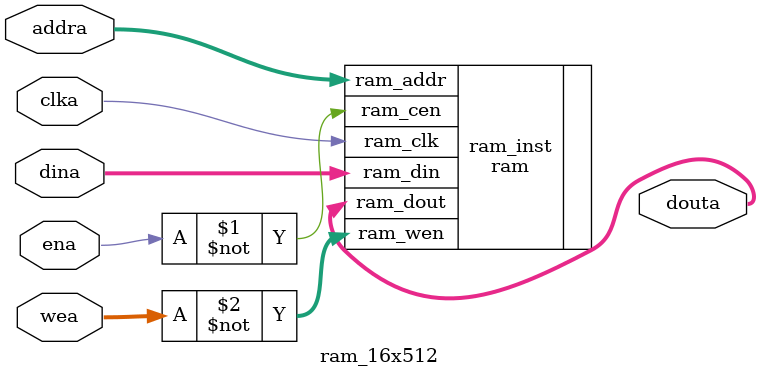
<source format=v>

module ram_16x512(
  clka,
  ena,
  wea,
  addra,
  dina,
  douta
);

input clka;
input ena;
input [1 : 0] wea;
input [8 : 0] addra;
input [15 : 0] dina;
output [15 : 0] douta;


//============
// RAM
//============

ram #(.ADDR_MSB(8), .MEM_SIZE(1024)) ram_inst (

// OUTPUTs
    .ram_dout     ( douta),      // RAM data output

// INPUTs
    .ram_addr     ( addra),      // RAM address
    .ram_cen      (~ena),        // RAM chip enable (low active)
    .ram_clk      ( clka),       // RAM clock
    .ram_din      ( dina),       // RAM data input
    .ram_wen      (~wea)         // RAM write enable (low active)
);


endmodule // ram_16x512


</source>
